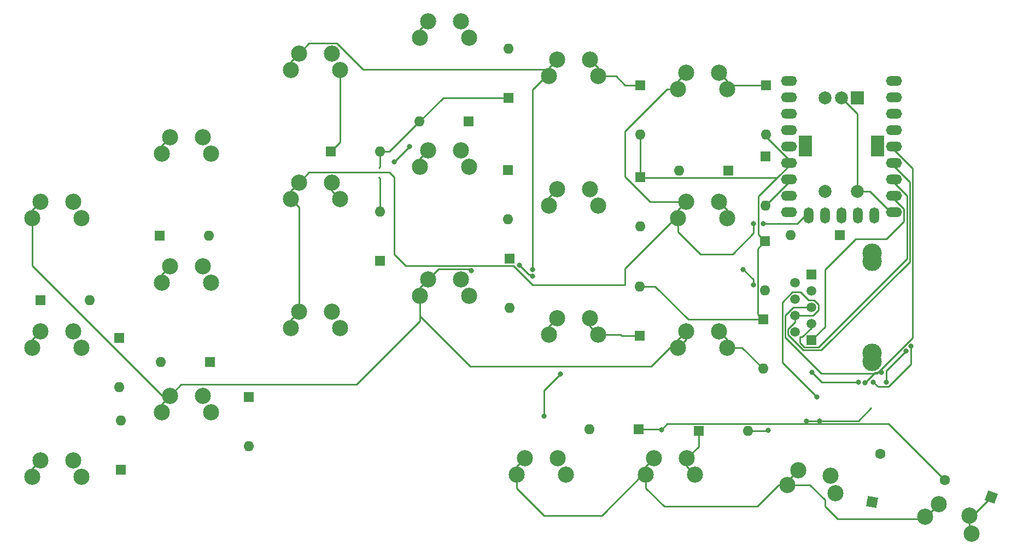
<source format=gbr>
%TF.GenerationSoftware,KiCad,Pcbnew,8.0.3*%
%TF.CreationDate,2024-07-09T07:59:51-07:00*%
%TF.ProjectId,Custom_KB_V1,43757374-6f6d-45f4-9b42-5f56312e6b69,rev?*%
%TF.SameCoordinates,Original*%
%TF.FileFunction,Copper,L1,Top*%
%TF.FilePolarity,Positive*%
%FSLAX46Y46*%
G04 Gerber Fmt 4.6, Leading zero omitted, Abs format (unit mm)*
G04 Created by KiCad (PCBNEW 8.0.3) date 2024-07-09 07:59:51*
%MOMM*%
%LPD*%
G01*
G04 APERTURE LIST*
G04 Aperture macros list*
%AMHorizOval*
0 Thick line with rounded ends*
0 $1 width*
0 $2 $3 position (X,Y) of the first rounded end (center of the circle)*
0 $4 $5 position (X,Y) of the second rounded end (center of the circle)*
0 Add line between two ends*
20,1,$1,$2,$3,$4,$5,0*
0 Add two circle primitives to create the rounded ends*
1,1,$1,$2,$3*
1,1,$1,$4,$5*%
%AMRotRect*
0 Rectangle, with rotation*
0 The origin of the aperture is its center*
0 $1 length*
0 $2 width*
0 $3 Rotation angle, in degrees counterclockwise*
0 Add horizontal line*
21,1,$1,$2,0,0,$3*%
G04 Aperture macros list end*
%TA.AperFunction,ComponentPad*%
%ADD10C,2.500000*%
%TD*%
%TA.AperFunction,ComponentPad*%
%ADD11R,1.600000X1.600000*%
%TD*%
%TA.AperFunction,ComponentPad*%
%ADD12O,1.600000X1.600000*%
%TD*%
%TA.AperFunction,ComponentPad*%
%ADD13R,1.500000X1.500000*%
%TD*%
%TA.AperFunction,ComponentPad*%
%ADD14C,1.500000*%
%TD*%
%TA.AperFunction,ComponentPad*%
%ADD15C,3.000000*%
%TD*%
%TA.AperFunction,ComponentPad*%
%ADD16O,2.500000X1.500000*%
%TD*%
%TA.AperFunction,ComponentPad*%
%ADD17O,1.500000X2.500000*%
%TD*%
%TA.AperFunction,ComponentPad*%
%ADD18R,2.000000X2.000000*%
%TD*%
%TA.AperFunction,ComponentPad*%
%ADD19C,2.000000*%
%TD*%
%TA.AperFunction,ComponentPad*%
%ADD20R,2.000000X3.200000*%
%TD*%
%TA.AperFunction,ComponentPad*%
%ADD21RotRect,1.600000X1.600000X80.000000*%
%TD*%
%TA.AperFunction,ComponentPad*%
%ADD22HorizOval,1.600000X0.000000X0.000000X0.000000X0.000000X0*%
%TD*%
%TA.AperFunction,ComponentPad*%
%ADD23RotRect,1.600000X1.600000X160.000000*%
%TD*%
%TA.AperFunction,ComponentPad*%
%ADD24HorizOval,1.600000X0.000000X0.000000X0.000000X0.000000X0*%
%TD*%
%TA.AperFunction,ViaPad*%
%ADD25C,0.800000*%
%TD*%
%TA.AperFunction,Conductor*%
%ADD26C,0.250000*%
%TD*%
G04 APERTURE END LIST*
D10*
%TO.P,K17,1,1*%
%TO.N,Col4*%
X58274022Y-97777025D03*
X59544022Y-95237025D03*
%TO.P,K17,2,2*%
%TO.N,Net-(D17-A)*%
X64624022Y-95237025D03*
X65894022Y-97777025D03*
%TD*%
%TO.P,K1,1,1*%
%TO.N,Col4*%
X158274022Y-57777025D03*
X159544022Y-55237025D03*
%TO.P,K1,2,2*%
%TO.N,Net-(D1-K)*%
X164624022Y-55237025D03*
X165894022Y-57777025D03*
%TD*%
D11*
%TO.P,D12,1,K*%
%TO.N,Net-(D12-K)*%
X161422223Y-110704386D03*
D12*
%TO.P,D12,2,A*%
%TO.N,Row3*%
X169042223Y-110704386D03*
%TD*%
D10*
%TO.P,K21,1,1*%
%TO.N,Col1*%
X153274022Y-117497025D03*
X154544022Y-114957025D03*
%TO.P,K21,2,2*%
%TO.N,Net-(D12-K)*%
X159624022Y-114957025D03*
X160894022Y-117497025D03*
%TD*%
D11*
%TO.P,D14,1,K*%
%TO.N,Net-(D14-K)*%
X104476270Y-67407129D03*
D12*
%TO.P,D14,2,A*%
%TO.N,Row2*%
X112096270Y-67407129D03*
%TD*%
D10*
%TO.P,K20,1,1*%
%TO.N,Col1*%
X175157295Y-119051110D03*
X176849067Y-116770232D03*
%TO.P,K20,2,2*%
%TO.N,Net-(D18-K)*%
X181851892Y-117652364D03*
X182661531Y-120374310D03*
%TD*%
D11*
%TO.P,D10,1,K*%
%TO.N,Net-(D10-K)*%
X85725000Y-100012500D03*
D12*
%TO.P,D10,2,A*%
%TO.N,Row3*%
X78105000Y-100012500D03*
%TD*%
D10*
%TO.P,K6,1,1*%
%TO.N,Col2*%
X138274022Y-95777025D03*
X139544022Y-93237025D03*
%TO.P,K6,2,2*%
%TO.N,Net-(D6-K)*%
X144624022Y-93237025D03*
X145894022Y-95777025D03*
%TD*%
%TO.P,K14,1,1*%
%TO.N,Col2*%
X78274022Y-87777025D03*
X79544022Y-85237025D03*
%TO.P,K14,2,2*%
%TO.N,Net-(D10-K)*%
X84624022Y-85237025D03*
X85894022Y-87777025D03*
%TD*%
D11*
%TO.P,D11,1,K*%
%TO.N,Row2*%
X125845081Y-62779299D03*
D12*
%TO.P,D11,2,A*%
%TO.N,Net-(D11-A)*%
X118225081Y-62779299D03*
%TD*%
D10*
%TO.P,K3,1,1*%
%TO.N,Col3*%
X158273750Y-97790000D03*
X159543750Y-95250000D03*
%TO.P,K3,2,2*%
%TO.N,Net-(D3-A)*%
X164623750Y-95250000D03*
X165893750Y-97790000D03*
%TD*%
%TO.P,K11,1,1*%
%TO.N,Col4*%
X98274022Y-74777025D03*
X99544022Y-72237025D03*
%TO.P,K11,2,2*%
%TO.N,Net-(D11-A)*%
X104624022Y-72237025D03*
X105894022Y-74777025D03*
%TD*%
%TO.P,K19,1,1*%
%TO.N,Col1*%
X196539756Y-124002739D03*
X198601899Y-122050286D03*
%TO.P,K19,2,2*%
%TO.N,Net-(D19-K)*%
X203375539Y-123787749D03*
X203700215Y-126608933D03*
%TD*%
D11*
%TO.P,D2,1,K*%
%TO.N,Row1*%
X171738933Y-81328564D03*
D12*
%TO.P,D2,2,A*%
%TO.N,Net-(D2-A)*%
X171738933Y-88948564D03*
%TD*%
D10*
%TO.P,K2,1,1*%
%TO.N,Col4*%
X158274022Y-77777025D03*
X159544022Y-75237025D03*
%TO.P,K2,2,2*%
%TO.N,Net-(D2-A)*%
X164624022Y-75237025D03*
X165894022Y-77777025D03*
%TD*%
%TO.P,K15,1,1*%
%TO.N,Col3*%
X78274022Y-107777025D03*
X79544022Y-105237025D03*
%TO.P,K15,2,2*%
%TO.N,Net-(D15-A)*%
X84624022Y-105237025D03*
X85894022Y-107777025D03*
%TD*%
%TO.P,K9,1,1*%
%TO.N,Col3*%
X118274022Y-89777025D03*
X119544022Y-87237025D03*
%TO.P,K9,2,2*%
%TO.N,Net-(D9-A)*%
X124624022Y-87237025D03*
X125894022Y-89777025D03*
%TD*%
D11*
%TO.P,D25,1,K*%
%TO.N,Row1*%
X152155682Y-110415453D03*
D12*
%TO.P,D25,2,A*%
%TO.N,Net-(D25-A)*%
X144535682Y-110415453D03*
%TD*%
D11*
%TO.P,D1,1,K*%
%TO.N,Net-(D1-K)*%
X171863807Y-57150000D03*
D12*
%TO.P,D1,2,A*%
%TO.N,Row1*%
X171863807Y-64770000D03*
%TD*%
D11*
%TO.P,D7,1,K*%
%TO.N,Row2*%
X131980016Y-59102748D03*
D12*
%TO.P,D7,2,A*%
%TO.N,Net-(D7-A)*%
X131980016Y-51482748D03*
%TD*%
D10*
%TO.P,K10,1,1*%
%TO.N,Col3*%
X98274022Y-54777025D03*
X99544022Y-52237025D03*
%TO.P,K10,2,2*%
%TO.N,Net-(D14-K)*%
X104624022Y-52237025D03*
X105894022Y-54777025D03*
%TD*%
%TO.P,K5,1,1*%
%TO.N,Col2*%
X138258759Y-75771514D03*
X139528759Y-73231514D03*
%TO.P,K5,2,2*%
%TO.N,Net-(D5-A)*%
X144608759Y-73231514D03*
X145878759Y-75771514D03*
%TD*%
D11*
%TO.P,D17,1,K*%
%TO.N,Row3*%
X71711739Y-96268613D03*
D12*
%TO.P,D17,2,A*%
%TO.N,Net-(D17-A)*%
X71711739Y-103888613D03*
%TD*%
D10*
%TO.P,K13,1,1*%
%TO.N,Col2*%
X78274022Y-67777025D03*
X79544022Y-65237025D03*
%TO.P,K13,2,2*%
%TO.N,Net-(D13-A)*%
X84624022Y-65237025D03*
X85894022Y-67777025D03*
%TD*%
D11*
%TO.P,D22,1,K*%
%TO.N,Net-(D22-K)*%
X165995772Y-70349102D03*
D12*
%TO.P,D22,2,A*%
%TO.N,Col2*%
X158375772Y-70349102D03*
%TD*%
D13*
%TO.P,J2-Right1,1*%
%TO.N,R-Row4*%
X178872538Y-96642984D03*
D14*
%TO.P,J2-Right1,2*%
%TO.N,R-Row3*%
X176332538Y-95372984D03*
%TO.P,J2-Right1,3*%
%TO.N,R-Row2*%
X178872538Y-94102984D03*
%TO.P,J2-Right1,4*%
%TO.N,R-Row1*%
X176332538Y-92832984D03*
%TO.P,J2-Right1,5*%
%TO.N,R-Col4*%
X178872538Y-91562984D03*
%TO.P,J2-Right1,6*%
%TO.N,R-Col3*%
X176332538Y-90292984D03*
%TO.P,J2-Right1,7*%
%TO.N,R-Col2*%
X178872538Y-89022984D03*
%TO.P,J2-Right1,8*%
%TO.N,R-Col1*%
X176332538Y-87752984D03*
D15*
%TO.P,J2-Right1,SH*%
%TO.N,GND*%
X188272538Y-99967984D03*
X188272538Y-84427984D03*
%TD*%
D11*
%TO.P,D8,1,K*%
%TO.N,Net-(D8-K)*%
X59531250Y-90487500D03*
D12*
%TO.P,D8,2,A*%
%TO.N,Row3*%
X67151250Y-90487500D03*
%TD*%
D10*
%TO.P,K22,1,1*%
%TO.N,Col1*%
X133274022Y-117497025D03*
X134544022Y-114957025D03*
%TO.P,K22,2,2*%
%TO.N,Net-(D25-A)*%
X139624022Y-114957025D03*
X140894022Y-117497025D03*
%TD*%
D11*
%TO.P,D6,1,K*%
%TO.N,Net-(D6-K)*%
X152331657Y-95925484D03*
D12*
%TO.P,D6,2,A*%
%TO.N,Row1*%
X152331657Y-88305484D03*
%TD*%
D11*
%TO.P,D9,1,K*%
%TO.N,Row2*%
X132172638Y-84032621D03*
D12*
%TO.P,D9,2,A*%
%TO.N,Net-(D9-A)*%
X132172638Y-91652621D03*
%TD*%
D11*
%TO.P,D23,1,K*%
%TO.N,Net-(D23-K)*%
X171811166Y-68146600D03*
D12*
%TO.P,D23,2,A*%
%TO.N,Col3*%
X171811166Y-75766600D03*
%TD*%
D10*
%TO.P,K7,1,1*%
%TO.N,Col2*%
X118274022Y-49777025D03*
X119544022Y-47237025D03*
%TO.P,K7,2,2*%
%TO.N,Net-(D7-A)*%
X124624022Y-47237025D03*
X125894022Y-49777025D03*
%TD*%
D11*
%TO.P,D13,1,K*%
%TO.N,Row3*%
X78000934Y-80456866D03*
D12*
%TO.P,D13,2,A*%
%TO.N,Net-(D13-A)*%
X85620934Y-80456866D03*
%TD*%
D11*
%TO.P,D20,1,K*%
%TO.N,Net-(D20-K)*%
X71962312Y-116719202D03*
D12*
%TO.P,D20,2,A*%
%TO.N,Row3*%
X71962312Y-109099202D03*
%TD*%
D16*
%TO.P,U1,1,0*%
%TO.N,R-Col1*%
X191647772Y-56477748D03*
%TO.P,U1,2,1*%
%TO.N,R-Col2*%
X191647772Y-59017748D03*
%TO.P,U1,3,2*%
%TO.N,R-Col3*%
X191647772Y-61557748D03*
%TO.P,U1,4,3*%
%TO.N,R-Col4*%
X191647772Y-64097748D03*
%TO.P,U1,5,4*%
%TO.N,R-Row1*%
X191647772Y-66637748D03*
%TO.P,U1,6,5*%
%TO.N,R-Row2*%
X191647772Y-69177748D03*
%TO.P,U1,7,6*%
%TO.N,R-Row3*%
X191647772Y-71717748D03*
%TO.P,U1,8,7*%
%TO.N,R-Row4*%
X191647772Y-74257748D03*
%TO.P,U1,9,8*%
%TO.N,Row4*%
X191647772Y-76797748D03*
D17*
%TO.P,U1,10,9*%
%TO.N,unconnected-(U1-9-Pad10)*%
X188607772Y-77297748D03*
%TO.P,U1,11,10*%
%TO.N,unconnected-(U1-10-Pad11)*%
X186067772Y-77297748D03*
%TO.P,U1,12,11*%
%TO.N,unconnected-(U1-11-Pad12)*%
X183527772Y-77297748D03*
%TO.P,U1,13,12*%
%TO.N,unconnected-(U1-12-Pad13)*%
X180987772Y-77297748D03*
%TO.P,U1,14,13*%
%TO.N,Col4*%
X178447772Y-77297748D03*
D16*
%TO.P,U1,15,14*%
%TO.N,Col1*%
X175407772Y-76797748D03*
%TO.P,U1,16,15*%
%TO.N,Col2*%
X175407772Y-74257748D03*
%TO.P,U1,17,26*%
%TO.N,Col3*%
X175407772Y-71717748D03*
%TO.P,U1,18,27*%
%TO.N,Row1*%
X175407772Y-69177748D03*
%TO.P,U1,19,28*%
%TO.N,Row2*%
X175407772Y-66637748D03*
%TO.P,U1,20,29*%
%TO.N,Row3*%
X175407772Y-64097748D03*
%TO.P,U1,21,3V3*%
%TO.N,unconnected-(U1-3V3-Pad21)*%
X175407772Y-61557748D03*
%TO.P,U1,22,GND*%
%TO.N,GND*%
X175407772Y-59017748D03*
%TO.P,U1,23,5V*%
%TO.N,unconnected-(U1-5V-Pad23)*%
X175407772Y-56477748D03*
%TD*%
D18*
%TO.P,SW1,A,A*%
%TO.N,Net-(D22-K)*%
X186030307Y-59083245D03*
D19*
%TO.P,SW1,B,B*%
%TO.N,Net-(D23-K)*%
X181030307Y-59083245D03*
%TO.P,SW1,C,C*%
%TO.N,Row4*%
X183530307Y-59083245D03*
D20*
%TO.P,SW1,MP*%
%TO.N,N/C*%
X189130307Y-66583245D03*
X177930307Y-66583245D03*
D19*
%TO.P,SW1,S1,S1*%
%TO.N,Net-(D24-K)*%
X181030307Y-73583245D03*
%TO.P,SW1,S2,S2*%
%TO.N,Row4*%
X186030307Y-73583245D03*
%TD*%
D10*
%TO.P,K12,1,1*%
%TO.N,Col4*%
X98274022Y-94777025D03*
X99544022Y-92237025D03*
%TO.P,K12,2,2*%
%TO.N,Net-(D21-K)*%
X104624022Y-92237025D03*
X105894022Y-94777025D03*
%TD*%
%TO.P,K16,1,1*%
%TO.N,Col3*%
X58274022Y-77777025D03*
X59544022Y-75237025D03*
%TO.P,K16,2,2*%
%TO.N,Net-(D8-K)*%
X64624022Y-75237025D03*
X65894022Y-77777025D03*
%TD*%
%TO.P,K4,1,1*%
%TO.N,Col3*%
X138291647Y-55777025D03*
X139561647Y-53237025D03*
%TO.P,K4,2,2*%
%TO.N,Net-(D4-K)*%
X144641647Y-53237025D03*
X145911647Y-55777025D03*
%TD*%
%TO.P,K8,1,1*%
%TO.N,Col2*%
X118274022Y-69777025D03*
X119544022Y-67237025D03*
%TO.P,K8,2,2*%
%TO.N,Net-(D16-K)*%
X124624022Y-67237025D03*
X125894022Y-69777025D03*
%TD*%
D11*
%TO.P,D15,1,K*%
%TO.N,Row3*%
X91739543Y-105401021D03*
D12*
%TO.P,D15,2,A*%
%TO.N,Net-(D15-A)*%
X91739543Y-113021021D03*
%TD*%
D11*
%TO.P,D24,1,K*%
%TO.N,Net-(D24-K)*%
X183288095Y-80341376D03*
D12*
%TO.P,D24,2,A*%
%TO.N,Col1*%
X175668095Y-80341376D03*
%TD*%
D11*
%TO.P,D3,1,K*%
%TO.N,Row1*%
X171430407Y-93447848D03*
D12*
%TO.P,D3,2,A*%
%TO.N,Net-(D3-A)*%
X171430407Y-101067848D03*
%TD*%
D11*
%TO.P,D4,1,K*%
%TO.N,Net-(D4-K)*%
X152400000Y-57150000D03*
D12*
%TO.P,D4,2,A*%
%TO.N,Row1*%
X152400000Y-64770000D03*
%TD*%
D21*
%TO.P,D18,1,K*%
%TO.N,Net-(D18-K)*%
X188273357Y-121721107D03*
D22*
%TO.P,D18,2,A*%
%TO.N,Row2*%
X189596550Y-114216870D03*
%TD*%
D10*
%TO.P,K18,1,1*%
%TO.N,Col4*%
X58274022Y-117777025D03*
X59544022Y-115237025D03*
%TO.P,K18,2,2*%
%TO.N,Net-(D20-K)*%
X64624022Y-115237025D03*
X65894022Y-117777025D03*
%TD*%
D11*
%TO.P,D5,1,K*%
%TO.N,Row1*%
X152400000Y-71437500D03*
D12*
%TO.P,D5,2,A*%
%TO.N,Net-(D5-A)*%
X152400000Y-79057500D03*
%TD*%
D23*
%TO.P,D19,1,K*%
%TO.N,Net-(D19-K)*%
X206756978Y-120913360D03*
D24*
%TO.P,D19,2,A*%
%TO.N,Row1*%
X199596518Y-118307167D03*
%TD*%
D11*
%TO.P,D21,1,K*%
%TO.N,Net-(D21-K)*%
X112133000Y-84326246D03*
D12*
%TO.P,D21,2,A*%
%TO.N,Row2*%
X112133000Y-76706246D03*
%TD*%
D11*
%TO.P,D16,1,K*%
%TO.N,Net-(D16-K)*%
X131915129Y-70292785D03*
D12*
%TO.P,D16,2,A*%
%TO.N,Row2*%
X131915129Y-77912785D03*
%TD*%
D13*
%TO.P,J1-Left1,1*%
%TO.N,R-Col1*%
X178886188Y-86488219D03*
D14*
%TO.P,J1-Left1,2*%
%TO.N,R-Col2*%
X176346188Y-87758219D03*
%TO.P,J1-Left1,3*%
%TO.N,R-Col3*%
X178886188Y-89028219D03*
%TO.P,J1-Left1,4*%
%TO.N,R-Col4*%
X176346188Y-90298219D03*
%TO.P,J1-Left1,5*%
%TO.N,R-Row1*%
X178886188Y-91568219D03*
%TO.P,J1-Left1,6*%
%TO.N,R-Row2*%
X176346188Y-92838219D03*
%TO.P,J1-Left1,7*%
%TO.N,R-Row3*%
X178886188Y-94108219D03*
%TO.P,J1-Left1,8*%
%TO.N,R-Row4*%
X176346188Y-95378219D03*
D15*
%TO.P,J1-Left1,SH*%
%TO.N,GND*%
X188286188Y-83163219D03*
X188286188Y-98703219D03*
%TD*%
D25*
%TO.N,Col2*%
X140022219Y-101922219D03*
X137534273Y-108368261D03*
%TO.N,R-Row2*%
X179703949Y-105445317D03*
%TO.N,R-Row3*%
X179015238Y-101668750D03*
X186210716Y-103118750D03*
%TO.N,R-Row1*%
X189775000Y-101668750D03*
X187205076Y-103224830D03*
%TO.N,R-Col3*%
X194267991Y-97603775D03*
X188488341Y-103118750D03*
%TO.N,R-Col2*%
X193560883Y-98310883D03*
X190500000Y-103118750D03*
%TO.N,Row2*%
X135731250Y-86725003D03*
X133657774Y-85007468D03*
%TO.N,Net-(D11-A)*%
X116681250Y-66675000D03*
X114300000Y-69056250D03*
%TO.N,Col3*%
X126206250Y-85882621D03*
%TO.N,Net-(D2-A)*%
X169888933Y-88106250D03*
X168343750Y-85725000D03*
%TO.N,Col4*%
X169961166Y-78581250D03*
X171450000Y-78581250D03*
%TO.N,Row1*%
X180193791Y-109131737D03*
X178144637Y-109130281D03*
X155667442Y-110476093D03*
%TO.N,Row3*%
X172200896Y-110640179D03*
%TO.N,Col3*%
X135731250Y-85725000D03*
%TD*%
D26*
%TO.N,Col2*%
X137534273Y-108368261D02*
X137534273Y-104410165D01*
X137534273Y-104410165D02*
X140022219Y-101922219D01*
%TO.N,R-Row2*%
X179136468Y-92838219D02*
X176346188Y-92838219D01*
X179961188Y-92013499D02*
X179136468Y-92838219D01*
X179961188Y-91122939D02*
X179961188Y-92013499D01*
X179331468Y-90493219D02*
X179961188Y-91122939D01*
X177170908Y-89223219D02*
X178440908Y-90493219D01*
X178440908Y-90493219D02*
X179331468Y-90493219D01*
X175900908Y-89223219D02*
X177170908Y-89223219D01*
X174371188Y-90752939D02*
X175900908Y-89223219D01*
X174371188Y-100112556D02*
X174371188Y-90752939D01*
X179703949Y-105445317D02*
X174371188Y-100112556D01*
%TO.N,R-Row3*%
X186210716Y-103118750D02*
X180465238Y-103118750D01*
X180465238Y-103118750D02*
X179015238Y-101668750D01*
%TO.N,R-Row1*%
X188761156Y-101668750D02*
X189775000Y-101668750D01*
X187205076Y-103224830D02*
X188761156Y-101668750D01*
%TO.N,R-Col3*%
X194285883Y-100358172D02*
X194285883Y-97621667D01*
X190800305Y-103843750D02*
X194285883Y-100358172D01*
X189213341Y-103843750D02*
X190800305Y-103843750D01*
X188488341Y-103118750D02*
X189213341Y-103843750D01*
X194285883Y-97621667D02*
X194267991Y-97603775D01*
%TO.N,R-Col2*%
X190500000Y-103118750D02*
X190500000Y-101371766D01*
X190500000Y-101371766D02*
X193560883Y-98310883D01*
%TO.N,R-Row1*%
X174821188Y-92842939D02*
X176095908Y-91568219D01*
X176095908Y-91568219D02*
X178886188Y-91568219D01*
X189046212Y-101800248D02*
X180381498Y-101800248D01*
X174821188Y-96239938D02*
X174821188Y-92842939D01*
X194572772Y-96273688D02*
X189046212Y-101800248D01*
X180381498Y-101800248D02*
X174821188Y-96239938D01*
X191147772Y-66637748D02*
X194572772Y-70062748D01*
X194572772Y-70062748D02*
X194572772Y-96273688D01*
%TO.N,R-Row2*%
X176346188Y-93857939D02*
X176346188Y-92838219D01*
X175271188Y-94932939D02*
X176346188Y-93857939D01*
X177622937Y-98175248D02*
X175271188Y-95823499D01*
X175271188Y-95823499D02*
X175271188Y-94932939D01*
X194122772Y-84483478D02*
X180431002Y-98175248D01*
X194122772Y-72152748D02*
X194122772Y-84483478D01*
X191147772Y-69177748D02*
X194122772Y-72152748D01*
X180431002Y-98175248D02*
X177622937Y-98175248D01*
%TO.N,R-Row3*%
X178886188Y-94750729D02*
X178886188Y-94108219D01*
X177107355Y-96137331D02*
X177499586Y-96137331D01*
X177499586Y-96137331D02*
X178886188Y-94750729D01*
X177815272Y-97725248D02*
X177107355Y-97017331D01*
X179965272Y-97725248D02*
X177815272Y-97725248D01*
X193672772Y-84017748D02*
X179965272Y-97725248D01*
X193672772Y-74242748D02*
X193672772Y-84017748D01*
X191147772Y-71717748D02*
X193672772Y-74242748D01*
X177107355Y-97017331D02*
X177107355Y-96137331D01*
%TO.N,R-Row4*%
X180975000Y-94565520D02*
X178890272Y-96650248D01*
X180975000Y-85725000D02*
X180975000Y-94565520D01*
X185737500Y-80962500D02*
X180975000Y-85725000D01*
X193222772Y-78239728D02*
X190500000Y-80962500D01*
X190500000Y-80962500D02*
X185737500Y-80962500D01*
X193222772Y-76332748D02*
X193222772Y-78239728D01*
X191147772Y-74257748D02*
X193222772Y-76332748D01*
%TO.N,Row4*%
X186030307Y-73583245D02*
X186030307Y-61583245D01*
X186030307Y-61583245D02*
X183530307Y-59083245D01*
X191147772Y-76797748D02*
X187933269Y-73583245D01*
X187933269Y-73583245D02*
X186030307Y-73583245D01*
%TO.N,Col4*%
X156506256Y-57777025D02*
X158274022Y-57777025D01*
X150018750Y-64264531D02*
X156506256Y-57777025D01*
X153949525Y-75237025D02*
X150018750Y-71306250D01*
X150018750Y-71306250D02*
X150018750Y-64264531D01*
X159544022Y-75237025D02*
X153949525Y-75237025D01*
%TO.N,Row2*%
X135705948Y-86725003D02*
X135731250Y-86725003D01*
X135100306Y-86450000D02*
X135430945Y-86450000D01*
X133657774Y-85007468D02*
X135100306Y-86450000D01*
X135430945Y-86450000D02*
X135705948Y-86725003D01*
%TO.N,Net-(D11-A)*%
X116681250Y-66675000D02*
X114300000Y-69056250D01*
X104624022Y-73507025D02*
X104624022Y-72237025D01*
X105894022Y-74777025D02*
X104624022Y-73507025D01*
%TO.N,Col3*%
X118274022Y-92868750D02*
X118274022Y-89777025D01*
X126097297Y-100692025D02*
X118274022Y-92868750D01*
X154101725Y-100692025D02*
X126097297Y-100692025D01*
X159543750Y-95250000D02*
X154101725Y-100692025D01*
X101119022Y-50662025D02*
X99544022Y-52237025D01*
X105430775Y-50662025D02*
X101119022Y-50662025D01*
X138106647Y-54692025D02*
X109460775Y-54692025D01*
X109460775Y-54692025D02*
X105430775Y-50662025D01*
X139561647Y-53237025D02*
X138106647Y-54692025D01*
X135731250Y-85725000D02*
X135731250Y-57839655D01*
X137793880Y-55777025D02*
X138291647Y-55777025D01*
X125985654Y-85662025D02*
X126206250Y-85882621D01*
X135731250Y-57839655D02*
X137793880Y-55777025D01*
X119544022Y-87237025D02*
X121119022Y-85662025D01*
X121119022Y-85662025D02*
X125985654Y-85662025D01*
X79544022Y-105237025D02*
X81311788Y-103469259D01*
X81311788Y-103469259D02*
X108461991Y-103469259D01*
X108461991Y-103469259D02*
X118274022Y-93657228D01*
X118274022Y-93657228D02*
X118274022Y-89777025D01*
X58274022Y-85080896D02*
X58274022Y-77777025D01*
X78430151Y-105237025D02*
X58274022Y-85080896D01*
X79544022Y-105237025D02*
X78430151Y-105237025D01*
%TO.N,Net-(D2-A)*%
X168343750Y-85725000D02*
X169888933Y-87270183D01*
X169888933Y-87270183D02*
X169888933Y-88106250D01*
X164624022Y-75237025D02*
X165894022Y-76507025D01*
X165894022Y-76507025D02*
X165894022Y-77777025D01*
%TO.N,Net-(D14-K)*%
X105894022Y-65989377D02*
X104476270Y-67407129D01*
X105894022Y-54777025D02*
X105894022Y-65989377D01*
%TO.N,Row2*%
X112133000Y-71651750D02*
X112133000Y-76706246D01*
X111918750Y-71437500D02*
X112133000Y-71651750D01*
X112096270Y-69759505D02*
X111918750Y-69937025D01*
X112096270Y-67407129D02*
X112096270Y-69759505D01*
X113567871Y-67407129D02*
X112096270Y-67407129D01*
X118195701Y-62779299D02*
X113567871Y-67407129D01*
X118225083Y-62779299D02*
X118195701Y-62779299D01*
X121901634Y-59102748D02*
X118225083Y-62779299D01*
X131980016Y-59102748D02*
X121901634Y-59102748D01*
%TO.N,Net-(D4-K)*%
X145911647Y-54507025D02*
X145911647Y-55777025D01*
X144641647Y-53237025D02*
X145911647Y-54507025D01*
X148645775Y-55777025D02*
X145911647Y-55777025D01*
X152400000Y-57150000D02*
X150018750Y-57150000D01*
X150018750Y-57150000D02*
X148645775Y-55777025D01*
%TO.N,Col4*%
X150018750Y-88106250D02*
X150018750Y-85534530D01*
X132782621Y-85157621D02*
X135731250Y-88106250D01*
X157776255Y-77777025D02*
X158274022Y-77777025D01*
X116113871Y-85157621D02*
X132782621Y-85157621D01*
X114300000Y-83343750D02*
X116113871Y-85157621D01*
X135731250Y-88106250D02*
X150018750Y-88106250D01*
X114300000Y-71437500D02*
X114300000Y-83343750D01*
X113524525Y-70662025D02*
X114300000Y-71437500D01*
X101119022Y-70662025D02*
X113524525Y-70662025D01*
X99544022Y-72237025D02*
X101119022Y-70662025D01*
X150018750Y-85534530D02*
X157776255Y-77777025D01*
X99544022Y-92237025D02*
X99544022Y-76047025D01*
X99544022Y-76047025D02*
X98274022Y-74777025D01*
X176664270Y-78581250D02*
X178447772Y-76797748D01*
X171450000Y-78581250D02*
X176664270Y-78581250D01*
X169961166Y-80070084D02*
X169961166Y-78581250D01*
X166687500Y-83343750D02*
X169961166Y-80070084D01*
X158274022Y-79865782D02*
X161751990Y-83343750D01*
X161751990Y-83343750D02*
X166687500Y-83343750D01*
X158274022Y-77777025D02*
X158274022Y-79865782D01*
%TO.N,Col1*%
X196196242Y-124346253D02*
X196539756Y-124002739D01*
X180975000Y-121362017D02*
X180975000Y-122367850D01*
X178664093Y-119051110D02*
X180975000Y-121362017D01*
X182953403Y-124346253D02*
X196196242Y-124346253D01*
X175157295Y-119051110D02*
X178664093Y-119051110D01*
X180975000Y-122367850D02*
X182953403Y-124346253D01*
X173842640Y-119051110D02*
X175157295Y-119051110D01*
X170481725Y-122412025D02*
X173842640Y-119051110D01*
X156100265Y-122412025D02*
X170481725Y-122412025D01*
X153274022Y-119585782D02*
X156100265Y-122412025D01*
X153274022Y-117497025D02*
X153274022Y-119585782D01*
X152776255Y-117497025D02*
X153274022Y-117497025D01*
X146448280Y-123825000D02*
X152776255Y-117497025D01*
X133274022Y-119585782D02*
X137513240Y-123825000D01*
X137513240Y-123825000D02*
X146448280Y-123825000D01*
X133274022Y-117497025D02*
X133274022Y-119585782D01*
%TO.N,Col4*%
X98274022Y-73507025D02*
X98274022Y-74777025D01*
X99544022Y-72237025D02*
X98274022Y-73507025D01*
X98274022Y-93507025D02*
X98274022Y-94777025D01*
X99544022Y-92237025D02*
X98274022Y-93507025D01*
X58274022Y-116507025D02*
X58274022Y-117777025D01*
X59544022Y-115237025D02*
X58274022Y-116507025D01*
%TO.N,Col3*%
X78274022Y-106507025D02*
X78274022Y-107777025D01*
X79544022Y-105237025D02*
X78274022Y-106507025D01*
%TO.N,Col4*%
X58274022Y-96507025D02*
X58274022Y-97777025D01*
X59544022Y-95237025D02*
X58274022Y-96507025D01*
%TO.N,Col2*%
X78274022Y-86507025D02*
X78274022Y-87777025D01*
X79544022Y-85237025D02*
X78274022Y-86507025D01*
%TO.N,Col3*%
X59544022Y-75237025D02*
X58274022Y-76507025D01*
X58274022Y-76507025D02*
X58274022Y-77777025D01*
%TO.N,Col2*%
X78274022Y-66507025D02*
X78274022Y-67777025D01*
X79544022Y-65237025D02*
X78274022Y-66507025D01*
%TO.N,Col3*%
X98274022Y-53507025D02*
X98274022Y-54777025D01*
X99544022Y-52237025D02*
X98274022Y-53507025D01*
%TO.N,Col2*%
X118274022Y-48507025D02*
X118274022Y-49777025D01*
X119544022Y-47237025D02*
X118274022Y-48507025D01*
X138258759Y-74501514D02*
X138258759Y-75771514D01*
X139528759Y-73231514D02*
X138258759Y-74501514D01*
X118274022Y-68507025D02*
X118274022Y-69777025D01*
X119544022Y-67237025D02*
X118274022Y-68507025D01*
%TO.N,Col3*%
X118274022Y-88507025D02*
X118274022Y-89777025D01*
X119544022Y-87237025D02*
X118274022Y-88507025D01*
X138291647Y-54507025D02*
X138291647Y-55777025D01*
X139561647Y-53237025D02*
X138291647Y-54507025D01*
%TO.N,Col4*%
X158274022Y-56507025D02*
X158274022Y-57777025D01*
X159544022Y-55237025D02*
X158274022Y-56507025D01*
X158274022Y-76507025D02*
X158274022Y-77777025D01*
X159544022Y-75237025D02*
X158274022Y-76507025D01*
%TO.N,Col2*%
X138274022Y-94507025D02*
X138274022Y-95777025D01*
X139544022Y-93237025D02*
X138274022Y-94507025D01*
%TO.N,Col3*%
X159543750Y-95250000D02*
X159543750Y-96520000D01*
X159543750Y-96520000D02*
X158273750Y-97790000D01*
%TO.N,Col1*%
X133274022Y-116227025D02*
X133274022Y-117497025D01*
X134544022Y-114957025D02*
X133274022Y-116227025D01*
X153274022Y-116227025D02*
X153274022Y-117497025D01*
X154544022Y-114957025D02*
X153274022Y-116227025D01*
X176849067Y-116770232D02*
X175157295Y-118462004D01*
X175157295Y-118462004D02*
X175157295Y-119051110D01*
X196649446Y-124002739D02*
X196539756Y-124002739D01*
X198601899Y-122050286D02*
X196649446Y-124002739D01*
%TO.N,Net-(D19-K)*%
X203375539Y-123787749D02*
X203375539Y-126284257D01*
X203375539Y-126284257D02*
X203700215Y-126608933D01*
X203882589Y-123787749D02*
X203375539Y-123787749D01*
X206756978Y-120913360D02*
X203882589Y-123787749D01*
%TO.N,Row1*%
X154682981Y-88305484D02*
X152331657Y-88305484D01*
X159825345Y-93447848D02*
X154682981Y-88305484D01*
%TO.N,Net-(D6-K)*%
X149480038Y-95925484D02*
X152331657Y-95925484D01*
X149331579Y-95777025D02*
X149480038Y-95925484D01*
%TO.N,Row1*%
X173611418Y-71474102D02*
X173739635Y-71345885D01*
X152400000Y-71437500D02*
X152436602Y-71474102D01*
X173739635Y-71345885D02*
X175907772Y-69177748D01*
X170686166Y-74399354D02*
X173739635Y-71345885D01*
X152436602Y-71474102D02*
X173611418Y-71474102D01*
%TO.N,Net-(D6-K)*%
X145894022Y-95777025D02*
X149331579Y-95777025D01*
%TO.N,Row1*%
X152400000Y-71437500D02*
X152400000Y-64770000D01*
X170613933Y-82453564D02*
X171738933Y-81328564D01*
X170613933Y-92631374D02*
X170613933Y-82453564D01*
X171430407Y-93447848D02*
X170613933Y-92631374D01*
X159825345Y-93447848D02*
X171430407Y-93447848D01*
X186143263Y-109131737D02*
X188118750Y-107156250D01*
X180193791Y-109131737D02*
X186143263Y-109131737D01*
X180192335Y-109130281D02*
X180193791Y-109131737D01*
X178144637Y-109130281D02*
X180192335Y-109130281D01*
X179812584Y-109130281D02*
X179822365Y-109140062D01*
X170686166Y-80275797D02*
X170686166Y-74399354D01*
X190868737Y-109579386D02*
X199596518Y-118307167D01*
X155667442Y-110476093D02*
X156564149Y-109579386D01*
X155606802Y-110415453D02*
X155667442Y-110476093D01*
X156564149Y-109579386D02*
X190868737Y-109579386D01*
X152155682Y-110415453D02*
X155606802Y-110415453D01*
X171863807Y-65133783D02*
X175907772Y-69177748D01*
X171863807Y-64770000D02*
X171863807Y-65133783D01*
X171738933Y-81328564D02*
X170686166Y-80275797D01*
%TO.N,Net-(D1-K)*%
X166521047Y-57150000D02*
X165894022Y-57777025D01*
X164624022Y-55237025D02*
X165894022Y-56507025D01*
X165894022Y-56507025D02*
X165894022Y-57777025D01*
X171863807Y-57150000D02*
X166521047Y-57150000D01*
%TO.N,Net-(D3-A)*%
X171430407Y-101067848D02*
X168152559Y-97790000D01*
X165893750Y-96520000D02*
X165893750Y-97790000D01*
X168152559Y-97790000D02*
X165893750Y-97790000D01*
X164623750Y-95250000D02*
X165893750Y-96520000D01*
%TO.N,Net-(D12-K)*%
X159624022Y-116227025D02*
X159624022Y-114957025D01*
X161422223Y-113158824D02*
X159624022Y-114957025D01*
X161422223Y-110704386D02*
X161422223Y-113158824D01*
X160894022Y-117497025D02*
X159624022Y-116227025D01*
%TO.N,Col3*%
X171811166Y-75766600D02*
X175860018Y-71717748D01*
X175860018Y-71717748D02*
X175907772Y-71717748D01*
%TO.N,Row3*%
X172136689Y-110704386D02*
X172200896Y-110640179D01*
X169042223Y-110704386D02*
X172136689Y-110704386D01*
%TO.N,Net-(D6-K)*%
X145894022Y-95777025D02*
X144624022Y-94507025D01*
X144624022Y-94507025D02*
X144624022Y-93237025D01*
%TD*%
M02*

</source>
